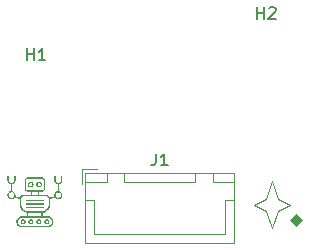
<source format=gbr>
%TF.GenerationSoftware,KiCad,Pcbnew,9.0.3*%
%TF.CreationDate,2025-07-22T22:52:44+10:00*%
%TF.ProjectId,motorMount,6d6f746f-724d-46f7-956e-742e6b696361,rev?*%
%TF.SameCoordinates,Original*%
%TF.FileFunction,Legend,Top*%
%TF.FilePolarity,Positive*%
%FSLAX46Y46*%
G04 Gerber Fmt 4.6, Leading zero omitted, Abs format (unit mm)*
G04 Created by KiCad (PCBNEW 9.0.3) date 2025-07-22 22:52:44*
%MOMM*%
%LPD*%
G01*
G04 APERTURE LIST*
%ADD10C,0.100000*%
%ADD11C,0.150000*%
%ADD12C,0.120000*%
%ADD13C,0.000000*%
G04 APERTURE END LIST*
D10*
X158000000Y-106750000D02*
X158500000Y-105250000D01*
X157000000Y-107250000D02*
X158000000Y-106750000D01*
X158000000Y-107750000D02*
X157000000Y-107250000D01*
X158500000Y-109250000D02*
X158000000Y-107750000D01*
X159000000Y-107750000D02*
X158500000Y-109250000D01*
X160000000Y-107250000D02*
X159000000Y-107750000D01*
X159000000Y-106750000D02*
X160000000Y-107250000D01*
X158500000Y-105250000D02*
X159000000Y-106750000D01*
X161000000Y-108500000D02*
X160500000Y-109000000D01*
X160000000Y-108500000D01*
X160500000Y-108000000D01*
X161000000Y-108500000D01*
G36*
X161000000Y-108500000D02*
G01*
X160500000Y-109000000D01*
X160000000Y-108500000D01*
X160500000Y-108000000D01*
X161000000Y-108500000D01*
G37*
D11*
X148666666Y-102904819D02*
X148666666Y-103619104D01*
X148666666Y-103619104D02*
X148619047Y-103761961D01*
X148619047Y-103761961D02*
X148523809Y-103857200D01*
X148523809Y-103857200D02*
X148380952Y-103904819D01*
X148380952Y-103904819D02*
X148285714Y-103904819D01*
X149666666Y-103904819D02*
X149095238Y-103904819D01*
X149380952Y-103904819D02*
X149380952Y-102904819D01*
X149380952Y-102904819D02*
X149285714Y-103047676D01*
X149285714Y-103047676D02*
X149190476Y-103142914D01*
X149190476Y-103142914D02*
X149095238Y-103190533D01*
X137738095Y-95004819D02*
X137738095Y-94004819D01*
X137738095Y-94481009D02*
X138309523Y-94481009D01*
X138309523Y-95004819D02*
X138309523Y-94004819D01*
X139309523Y-95004819D02*
X138738095Y-95004819D01*
X139023809Y-95004819D02*
X139023809Y-94004819D01*
X139023809Y-94004819D02*
X138928571Y-94147676D01*
X138928571Y-94147676D02*
X138833333Y-94242914D01*
X138833333Y-94242914D02*
X138738095Y-94290533D01*
X157238095Y-91504819D02*
X157238095Y-90504819D01*
X157238095Y-90981009D02*
X157809523Y-90981009D01*
X157809523Y-91504819D02*
X157809523Y-90504819D01*
X158238095Y-90600057D02*
X158285714Y-90552438D01*
X158285714Y-90552438D02*
X158380952Y-90504819D01*
X158380952Y-90504819D02*
X158619047Y-90504819D01*
X158619047Y-90504819D02*
X158714285Y-90552438D01*
X158714285Y-90552438D02*
X158761904Y-90600057D01*
X158761904Y-90600057D02*
X158809523Y-90695295D01*
X158809523Y-90695295D02*
X158809523Y-90790533D01*
X158809523Y-90790533D02*
X158761904Y-90933390D01*
X158761904Y-90933390D02*
X158190476Y-91504819D01*
X158190476Y-91504819D02*
X158809523Y-91504819D01*
D12*
%TO.C,J1*%
X142400000Y-104250000D02*
X142400000Y-105500000D01*
X142690000Y-104540000D02*
X142690000Y-110510000D01*
X142690000Y-110510000D02*
X155310000Y-110510000D01*
X142700000Y-104550000D02*
X142700000Y-105300000D01*
X142700000Y-105300000D02*
X144500000Y-105300000D01*
X142700000Y-106800000D02*
X143450000Y-106800000D01*
X143450000Y-106800000D02*
X143450000Y-109750000D01*
X143450000Y-109750000D02*
X149000000Y-109750000D01*
X143650000Y-104250000D02*
X142400000Y-104250000D01*
X144500000Y-104550000D02*
X142700000Y-104550000D01*
X144500000Y-105300000D02*
X144500000Y-104550000D01*
X146000000Y-104550000D02*
X146000000Y-105300000D01*
X146000000Y-105300000D02*
X152000000Y-105300000D01*
X152000000Y-104550000D02*
X146000000Y-104550000D01*
X152000000Y-105300000D02*
X152000000Y-104550000D01*
X153500000Y-104550000D02*
X153500000Y-105300000D01*
X153500000Y-105300000D02*
X155300000Y-105300000D01*
X154550000Y-106800000D02*
X154550000Y-109750000D01*
X154550000Y-109750000D02*
X149000000Y-109750000D01*
X155300000Y-104550000D02*
X153500000Y-104550000D01*
X155300000Y-105300000D02*
X155300000Y-104550000D01*
X155300000Y-106800000D02*
X154550000Y-106800000D01*
X155310000Y-104540000D02*
X142690000Y-104540000D01*
X155310000Y-110510000D02*
X155310000Y-104540000D01*
D13*
%TO.C,G\u002A\u002A\u002A*%
G36*
X138541313Y-107116705D02*
G01*
X138647900Y-107116800D01*
X138743581Y-107116963D01*
X138828734Y-107117197D01*
X138903741Y-107117505D01*
X138968980Y-107117891D01*
X139024831Y-107118358D01*
X139071676Y-107118909D01*
X139109894Y-107119548D01*
X139139864Y-107120277D01*
X139161968Y-107121101D01*
X139176584Y-107122022D01*
X139184094Y-107123044D01*
X139184905Y-107123316D01*
X139199986Y-107135766D01*
X139210914Y-107155013D01*
X139215487Y-107176351D01*
X139214604Y-107186794D01*
X139207598Y-107201978D01*
X139195337Y-107216833D01*
X139193335Y-107218606D01*
X139175815Y-107233348D01*
X138431005Y-107232978D01*
X138338543Y-107232893D01*
X138249194Y-107232736D01*
X138163664Y-107232510D01*
X138082660Y-107232221D01*
X138006889Y-107231875D01*
X137937058Y-107231476D01*
X137873873Y-107231029D01*
X137818042Y-107230540D01*
X137770270Y-107230013D01*
X137731266Y-107229453D01*
X137701735Y-107228866D01*
X137682384Y-107228256D01*
X137673921Y-107227629D01*
X137673694Y-107227563D01*
X137655882Y-107214750D01*
X137645297Y-107195585D01*
X137642417Y-107173235D01*
X137647722Y-107150865D01*
X137659495Y-107133726D01*
X137676548Y-107116673D01*
X138423438Y-107116673D01*
X138541313Y-107116705D01*
G37*
G36*
X138722169Y-107408370D02*
G01*
X138799856Y-107408447D01*
X138868317Y-107408603D01*
X138928161Y-107408864D01*
X138979999Y-107409256D01*
X139024441Y-107409804D01*
X139062097Y-107410535D01*
X139093577Y-107411474D01*
X139119492Y-107412646D01*
X139140451Y-107414077D01*
X139157066Y-107415793D01*
X139169945Y-107417820D01*
X139179699Y-107420184D01*
X139186939Y-107422909D01*
X139192275Y-107426022D01*
X139196316Y-107429548D01*
X139199673Y-107433514D01*
X139202957Y-107437944D01*
X139205355Y-107441104D01*
X139214959Y-107461307D01*
X139213177Y-107482252D01*
X139200166Y-107502988D01*
X139194134Y-107508991D01*
X139176526Y-107525034D01*
X138431361Y-107524664D01*
X138338877Y-107524579D01*
X138249505Y-107524421D01*
X138163952Y-107524196D01*
X138082925Y-107523908D01*
X138007130Y-107523561D01*
X137937275Y-107523162D01*
X137874065Y-107522716D01*
X137818207Y-107522226D01*
X137770408Y-107521700D01*
X137731374Y-107521140D01*
X137701812Y-107520553D01*
X137682428Y-107519944D01*
X137673930Y-107519317D01*
X137673694Y-107519249D01*
X137656798Y-107506926D01*
X137646102Y-107488289D01*
X137642363Y-107466929D01*
X137646337Y-107446441D01*
X137655569Y-107433100D01*
X137671172Y-107421657D01*
X137685117Y-107414582D01*
X137692797Y-107413539D01*
X137710186Y-107412597D01*
X137737468Y-107411754D01*
X137774824Y-107411008D01*
X137822435Y-107410358D01*
X137880484Y-107409802D01*
X137949152Y-107409339D01*
X138028622Y-107408967D01*
X138119074Y-107408685D01*
X138220691Y-107408491D01*
X138333654Y-107408384D01*
X138427645Y-107408359D01*
X138536673Y-107408352D01*
X138634645Y-107408347D01*
X138722169Y-107408370D01*
G37*
G36*
X138541313Y-106825019D02*
G01*
X138647900Y-106825114D01*
X138743581Y-106825277D01*
X138828734Y-106825511D01*
X138903741Y-106825820D01*
X138968980Y-106826205D01*
X139024831Y-106826672D01*
X139071676Y-106827223D01*
X139109894Y-106827862D01*
X139139864Y-106828591D01*
X139161968Y-106829415D01*
X139176584Y-106830336D01*
X139184094Y-106831358D01*
X139184905Y-106831630D01*
X139197746Y-106842199D01*
X139209333Y-106859172D01*
X139216550Y-106877431D01*
X139217546Y-106885217D01*
X139212761Y-106898608D01*
X139200576Y-106913557D01*
X139184249Y-106926872D01*
X139167036Y-106935361D01*
X139166126Y-106935625D01*
X139156488Y-106936639D01*
X139135270Y-106937560D01*
X139102561Y-106938385D01*
X139058448Y-106939116D01*
X139003019Y-106939750D01*
X138936361Y-106940288D01*
X138858564Y-106940728D01*
X138769713Y-106941071D01*
X138669898Y-106941314D01*
X138559205Y-106941459D01*
X138437724Y-106941503D01*
X138424161Y-106941501D01*
X138317447Y-106941482D01*
X138221774Y-106941448D01*
X138136515Y-106941390D01*
X138061044Y-106941298D01*
X137994735Y-106941163D01*
X137936961Y-106940976D01*
X137887096Y-106940728D01*
X137844514Y-106940408D01*
X137808586Y-106940008D01*
X137778689Y-106939518D01*
X137754194Y-106938929D01*
X137734476Y-106938231D01*
X137718907Y-106937416D01*
X137706863Y-106936473D01*
X137697715Y-106935394D01*
X137690838Y-106934168D01*
X137685605Y-106932788D01*
X137681390Y-106931242D01*
X137679374Y-106930362D01*
X137656861Y-106915304D01*
X137644226Y-106896181D01*
X137641893Y-106874872D01*
X137650283Y-106853254D01*
X137659495Y-106842040D01*
X137676548Y-106824988D01*
X138423438Y-106824988D01*
X138541313Y-106825019D01*
G37*
G36*
X137451656Y-108461663D02*
G01*
X137471634Y-108463073D01*
X137487272Y-108466256D01*
X137502229Y-108471896D01*
X137516013Y-108478557D01*
X137549430Y-108500282D01*
X137580867Y-108529430D01*
X137607210Y-108562633D01*
X137625342Y-108596526D01*
X137625441Y-108596777D01*
X137636063Y-108637413D01*
X137639054Y-108682159D01*
X137634414Y-108726359D01*
X137625524Y-108757387D01*
X137605537Y-108794639D01*
X137576752Y-108829309D01*
X137542028Y-108858347D01*
X137517149Y-108872993D01*
X137474462Y-108888247D01*
X137428486Y-108894642D01*
X137382977Y-108891893D01*
X137356060Y-108885276D01*
X137309541Y-108863954D01*
X137269985Y-108833547D01*
X137238333Y-108794962D01*
X137216235Y-108751004D01*
X137209840Y-108731388D01*
X137206412Y-108712367D01*
X137205434Y-108689609D01*
X137206083Y-108665525D01*
X137206149Y-108664471D01*
X137322806Y-108664471D01*
X137323464Y-108696237D01*
X137329587Y-108716758D01*
X137346749Y-108743265D01*
X137371094Y-108762517D01*
X137400103Y-108773738D01*
X137431259Y-108776155D01*
X137462044Y-108768993D01*
X137476135Y-108761811D01*
X137498943Y-108741142D01*
X137513590Y-108713336D01*
X137519147Y-108680407D01*
X137518846Y-108669002D01*
X137511955Y-108635023D01*
X137496531Y-108608801D01*
X137472188Y-108589740D01*
X137465092Y-108586218D01*
X137432298Y-108576517D01*
X137400693Y-108578213D01*
X137373859Y-108588536D01*
X137348945Y-108607892D01*
X137331613Y-108634113D01*
X137322806Y-108664471D01*
X137206149Y-108664471D01*
X137207793Y-108638081D01*
X137210817Y-108617904D01*
X137216233Y-108600597D01*
X137225119Y-108581761D01*
X137227874Y-108576549D01*
X137256960Y-108534066D01*
X137294099Y-108499580D01*
X137332234Y-108476865D01*
X137349545Y-108469446D01*
X137365442Y-108464822D01*
X137383652Y-108462362D01*
X137407901Y-108461433D01*
X137423679Y-108461345D01*
X137451656Y-108461663D01*
G37*
G36*
X138122534Y-108461663D02*
G01*
X138142511Y-108463073D01*
X138158149Y-108466256D01*
X138173107Y-108471896D01*
X138186891Y-108478557D01*
X138220307Y-108500282D01*
X138251745Y-108529430D01*
X138278088Y-108562633D01*
X138296220Y-108596526D01*
X138296318Y-108596777D01*
X138306940Y-108637413D01*
X138309932Y-108682159D01*
X138305291Y-108726359D01*
X138296401Y-108757387D01*
X138276415Y-108794639D01*
X138247630Y-108829309D01*
X138212906Y-108858347D01*
X138188027Y-108872993D01*
X138145340Y-108888247D01*
X138099363Y-108894642D01*
X138053855Y-108891893D01*
X138026937Y-108885276D01*
X137980419Y-108863954D01*
X137940862Y-108833547D01*
X137909210Y-108794962D01*
X137887112Y-108751004D01*
X137880718Y-108731388D01*
X137877289Y-108712367D01*
X137876312Y-108689609D01*
X137876961Y-108665525D01*
X137877027Y-108664471D01*
X137993683Y-108664471D01*
X137994341Y-108696237D01*
X138000465Y-108716758D01*
X138017626Y-108743265D01*
X138041971Y-108762517D01*
X138070980Y-108773738D01*
X138102137Y-108776155D01*
X138132921Y-108768993D01*
X138147012Y-108761811D01*
X138169821Y-108741142D01*
X138184467Y-108713336D01*
X138190024Y-108680407D01*
X138189723Y-108669002D01*
X138182833Y-108635023D01*
X138167409Y-108608801D01*
X138143065Y-108589740D01*
X138135969Y-108586218D01*
X138103175Y-108576517D01*
X138071570Y-108578213D01*
X138044736Y-108588536D01*
X138019822Y-108607892D01*
X138002491Y-108634113D01*
X137993683Y-108664471D01*
X137877027Y-108664471D01*
X137878670Y-108638081D01*
X137881694Y-108617904D01*
X137887111Y-108600597D01*
X137895996Y-108581761D01*
X137898751Y-108576549D01*
X137927838Y-108534066D01*
X137964977Y-108499580D01*
X138003112Y-108476865D01*
X138020422Y-108469446D01*
X138036319Y-108464822D01*
X138054529Y-108462362D01*
X138078778Y-108461433D01*
X138094556Y-108461345D01*
X138122534Y-108461663D01*
G37*
G36*
X138793411Y-108461663D02*
G01*
X138813389Y-108463073D01*
X138829026Y-108466256D01*
X138843984Y-108471896D01*
X138857768Y-108478557D01*
X138891184Y-108500282D01*
X138922622Y-108529430D01*
X138948965Y-108562633D01*
X138967097Y-108596526D01*
X138967195Y-108596777D01*
X138977817Y-108637413D01*
X138980809Y-108682159D01*
X138976168Y-108726359D01*
X138967278Y-108757387D01*
X138947292Y-108794639D01*
X138918507Y-108829309D01*
X138883783Y-108858347D01*
X138858904Y-108872993D01*
X138816217Y-108888247D01*
X138770240Y-108894642D01*
X138724732Y-108891893D01*
X138697814Y-108885276D01*
X138651296Y-108863954D01*
X138611740Y-108833547D01*
X138580087Y-108794962D01*
X138557989Y-108751004D01*
X138551595Y-108731388D01*
X138548166Y-108712367D01*
X138547189Y-108689609D01*
X138547838Y-108665525D01*
X138547904Y-108664471D01*
X138664560Y-108664471D01*
X138665219Y-108696237D01*
X138671342Y-108716758D01*
X138688504Y-108743265D01*
X138712848Y-108762517D01*
X138741858Y-108773738D01*
X138773014Y-108776155D01*
X138803799Y-108768993D01*
X138817890Y-108761811D01*
X138840698Y-108741142D01*
X138855345Y-108713336D01*
X138860902Y-108680407D01*
X138860601Y-108669002D01*
X138853710Y-108635023D01*
X138838286Y-108608801D01*
X138813942Y-108589740D01*
X138806846Y-108586218D01*
X138774053Y-108576517D01*
X138742447Y-108578213D01*
X138715613Y-108588536D01*
X138690700Y-108607892D01*
X138673368Y-108634113D01*
X138664560Y-108664471D01*
X138547904Y-108664471D01*
X138549547Y-108638081D01*
X138552572Y-108617904D01*
X138557988Y-108600597D01*
X138566874Y-108581761D01*
X138569629Y-108576549D01*
X138598715Y-108534066D01*
X138635854Y-108499580D01*
X138673989Y-108476865D01*
X138691299Y-108469446D01*
X138707197Y-108464822D01*
X138725407Y-108462362D01*
X138749656Y-108461433D01*
X138765433Y-108461345D01*
X138793411Y-108461663D01*
G37*
G36*
X139464288Y-108461663D02*
G01*
X139484266Y-108463073D01*
X139499904Y-108466256D01*
X139514861Y-108471896D01*
X139528645Y-108478557D01*
X139562062Y-108500282D01*
X139593499Y-108529430D01*
X139619842Y-108562633D01*
X139637974Y-108596526D01*
X139638073Y-108596777D01*
X139648695Y-108637413D01*
X139651686Y-108682159D01*
X139647046Y-108726359D01*
X139638156Y-108757387D01*
X139618169Y-108794639D01*
X139589385Y-108829309D01*
X139554660Y-108858347D01*
X139529781Y-108872993D01*
X139487094Y-108888247D01*
X139441118Y-108894642D01*
X139395609Y-108891893D01*
X139368692Y-108885276D01*
X139322173Y-108863954D01*
X139282617Y-108833547D01*
X139250965Y-108794962D01*
X139228867Y-108751004D01*
X139222472Y-108731388D01*
X139219044Y-108712367D01*
X139218066Y-108689609D01*
X139218716Y-108665525D01*
X139218782Y-108664471D01*
X139335438Y-108664471D01*
X139336096Y-108696237D01*
X139342219Y-108716758D01*
X139359381Y-108743265D01*
X139383726Y-108762517D01*
X139412735Y-108773738D01*
X139443891Y-108776155D01*
X139474676Y-108768993D01*
X139488767Y-108761811D01*
X139511575Y-108741142D01*
X139526222Y-108713336D01*
X139531779Y-108680407D01*
X139531478Y-108669002D01*
X139524587Y-108635023D01*
X139509163Y-108608801D01*
X139484820Y-108589740D01*
X139477724Y-108586218D01*
X139444930Y-108576517D01*
X139413325Y-108578213D01*
X139386491Y-108588536D01*
X139361577Y-108607892D01*
X139344245Y-108634113D01*
X139335438Y-108664471D01*
X139218782Y-108664471D01*
X139220425Y-108638081D01*
X139223449Y-108617904D01*
X139228865Y-108600597D01*
X139237751Y-108581761D01*
X139240506Y-108576549D01*
X139269592Y-108534066D01*
X139306732Y-108499580D01*
X139344866Y-108476865D01*
X139362177Y-108469446D01*
X139378074Y-108464822D01*
X139396284Y-108462362D01*
X139420533Y-108461433D01*
X139436311Y-108461345D01*
X139464288Y-108461663D01*
G37*
G36*
X138831542Y-105281747D02*
G01*
X138878153Y-105294137D01*
X138921428Y-105315360D01*
X138960068Y-105344745D01*
X138992778Y-105381621D01*
X139018261Y-105425314D01*
X139035220Y-105475155D01*
X139037725Y-105487133D01*
X139040994Y-105535554D01*
X139033641Y-105584541D01*
X139016368Y-105631841D01*
X138989876Y-105675203D01*
X138972909Y-105695218D01*
X138932336Y-105730037D01*
X138886495Y-105755063D01*
X138836935Y-105769851D01*
X138785207Y-105773956D01*
X138732859Y-105766934D01*
X138727514Y-105765566D01*
X138679008Y-105746698D01*
X138635926Y-105717904D01*
X138599308Y-105680075D01*
X138570194Y-105634097D01*
X138567731Y-105629076D01*
X138559807Y-105611753D01*
X138554599Y-105597184D01*
X138551541Y-105582094D01*
X138550066Y-105563206D01*
X138549610Y-105537246D01*
X138549609Y-105536602D01*
X138664282Y-105536602D01*
X138671085Y-105569468D01*
X138685798Y-105598838D01*
X138707179Y-105623468D01*
X138733984Y-105642116D01*
X138764969Y-105653540D01*
X138798889Y-105656499D01*
X138834502Y-105649749D01*
X138855244Y-105640998D01*
X138885344Y-105620453D01*
X138905735Y-105594281D01*
X138916850Y-105561665D01*
X138919122Y-105521788D01*
X138919068Y-105520660D01*
X138917021Y-105495781D01*
X138913017Y-105477949D01*
X138905723Y-105462564D01*
X138899478Y-105452974D01*
X138874303Y-105425731D01*
X138844200Y-105407520D01*
X138811176Y-105398228D01*
X138777237Y-105397741D01*
X138744388Y-105405949D01*
X138714637Y-105422736D01*
X138689988Y-105447992D01*
X138679386Y-105465348D01*
X138666635Y-105501481D01*
X138664282Y-105536602D01*
X138549609Y-105536602D01*
X138549586Y-105524069D01*
X138549813Y-105494151D01*
X138550839Y-105472737D01*
X138553180Y-105456666D01*
X138557355Y-105442777D01*
X138563879Y-105427911D01*
X138566046Y-105423451D01*
X138594900Y-105377557D01*
X138632456Y-105338596D01*
X138677093Y-105308192D01*
X138684657Y-105304294D01*
X138733497Y-105286154D01*
X138782891Y-105278862D01*
X138831542Y-105281747D01*
G37*
G36*
X138102328Y-105281747D02*
G01*
X138148939Y-105294137D01*
X138192213Y-105315360D01*
X138230854Y-105344745D01*
X138263564Y-105381621D01*
X138289047Y-105425314D01*
X138306005Y-105475155D01*
X138308511Y-105487133D01*
X138311779Y-105535554D01*
X138304426Y-105584541D01*
X138287153Y-105631841D01*
X138260662Y-105675203D01*
X138243694Y-105695218D01*
X138203121Y-105730037D01*
X138157280Y-105755063D01*
X138107721Y-105769851D01*
X138055992Y-105773956D01*
X138003644Y-105766934D01*
X137998300Y-105765566D01*
X137949793Y-105746698D01*
X137906711Y-105717904D01*
X137870094Y-105680075D01*
X137840979Y-105634097D01*
X137838516Y-105629076D01*
X137830592Y-105611753D01*
X137825384Y-105597184D01*
X137822326Y-105582094D01*
X137820852Y-105563206D01*
X137820431Y-105539222D01*
X137934582Y-105539222D01*
X137943291Y-105574443D01*
X137962728Y-105606502D01*
X137980521Y-105624569D01*
X138013072Y-105645449D01*
X138048317Y-105655149D01*
X138085306Y-105653574D01*
X138123088Y-105640627D01*
X138125815Y-105639253D01*
X138144806Y-105626252D01*
X138163229Y-105608631D01*
X138169568Y-105600792D01*
X138178702Y-105587242D01*
X138184167Y-105575311D01*
X138186895Y-105561240D01*
X138187819Y-105541271D01*
X138187895Y-105526914D01*
X138187520Y-105502056D01*
X138185791Y-105485061D01*
X138181808Y-105472133D01*
X138174669Y-105459478D01*
X138170358Y-105453108D01*
X138145964Y-105427486D01*
X138120772Y-105411304D01*
X138100043Y-105401697D01*
X138082966Y-105397355D01*
X138063510Y-105397034D01*
X138054635Y-105397674D01*
X138015876Y-105405990D01*
X137983897Y-105423776D01*
X137958814Y-105450955D01*
X137950429Y-105465030D01*
X137936871Y-105502273D01*
X137934582Y-105539222D01*
X137820431Y-105539222D01*
X137820396Y-105537246D01*
X137820371Y-105524069D01*
X137820598Y-105494151D01*
X137821624Y-105472737D01*
X137823966Y-105456666D01*
X137828140Y-105442777D01*
X137834664Y-105427911D01*
X137836831Y-105423451D01*
X137865686Y-105377557D01*
X137903241Y-105338596D01*
X137947879Y-105308192D01*
X137955442Y-105304294D01*
X138004283Y-105286154D01*
X138053677Y-105278862D01*
X138102328Y-105281747D01*
G37*
G36*
X140729316Y-104818426D02*
G01*
X140747547Y-104833694D01*
X140754892Y-104845604D01*
X140757598Y-104852571D01*
X140759701Y-104861612D01*
X140761251Y-104874064D01*
X140762298Y-104891260D01*
X140762891Y-104914536D01*
X140763082Y-104945225D01*
X140762919Y-104984662D01*
X140762452Y-105034181D01*
X140762336Y-105044601D01*
X140761745Y-105095017D01*
X140761159Y-105135299D01*
X140760454Y-105166980D01*
X140759505Y-105191593D01*
X140758187Y-105210670D01*
X140756375Y-105225746D01*
X140753946Y-105238352D01*
X140750775Y-105250021D01*
X140746737Y-105262287D01*
X140744019Y-105270080D01*
X140718343Y-105327260D01*
X140683966Y-105378787D01*
X140642162Y-105423458D01*
X140594204Y-105460071D01*
X140541363Y-105487423D01*
X140499505Y-105501084D01*
X140471795Y-105507953D01*
X140471795Y-105789683D01*
X140471795Y-106071413D01*
X140495657Y-106075444D01*
X140535495Y-106087070D01*
X140577160Y-106107851D01*
X140618439Y-106135999D01*
X140657115Y-106169725D01*
X140690975Y-106207240D01*
X140717802Y-106246755D01*
X140725156Y-106260799D01*
X140747591Y-106319572D01*
X140759141Y-106378361D01*
X140760522Y-106436251D01*
X140752452Y-106492325D01*
X140735647Y-106545666D01*
X140710825Y-106595357D01*
X140678701Y-106640483D01*
X140639994Y-106680125D01*
X140595420Y-106713368D01*
X140545696Y-106739294D01*
X140491540Y-106756988D01*
X140433667Y-106765532D01*
X140372796Y-106764010D01*
X140336191Y-106758110D01*
X140292665Y-106744686D01*
X140247782Y-106723462D01*
X140204617Y-106696421D01*
X140166242Y-106665544D01*
X140135729Y-106632816D01*
X140130070Y-106625125D01*
X140118855Y-106609024D01*
X139917592Y-106701444D01*
X139716329Y-106793864D01*
X139713105Y-107029649D01*
X139712242Y-107089547D01*
X139711395Y-107139140D01*
X139710489Y-107179791D01*
X139709451Y-107212860D01*
X139708206Y-107239710D01*
X139706679Y-107261703D01*
X139704797Y-107280202D01*
X139702484Y-107296567D01*
X139699667Y-107312162D01*
X139696971Y-107325134D01*
X139671353Y-107417264D01*
X139635826Y-107503880D01*
X139590955Y-107584382D01*
X139537303Y-107658168D01*
X139475435Y-107724636D01*
X139405918Y-107783185D01*
X139329314Y-107833214D01*
X139246188Y-107874121D01*
X139157107Y-107905305D01*
X139150459Y-107907164D01*
X139103789Y-107920000D01*
X139103789Y-108071082D01*
X139103789Y-108222163D01*
X139372140Y-108225270D01*
X139435199Y-108226017D01*
X139487741Y-108226706D01*
X139530917Y-108227401D01*
X139565877Y-108228163D01*
X139593771Y-108229055D01*
X139615750Y-108230138D01*
X139632963Y-108231475D01*
X139646562Y-108233128D01*
X139657695Y-108235160D01*
X139667515Y-108237631D01*
X139677170Y-108240606D01*
X139681327Y-108241977D01*
X139751689Y-108271108D01*
X139814449Y-108308919D01*
X139869218Y-108355009D01*
X139915609Y-108408976D01*
X139953236Y-108470418D01*
X139981711Y-108538932D01*
X139988469Y-108561013D01*
X139997295Y-108605113D01*
X140001483Y-108655535D01*
X140001027Y-108707890D01*
X139995920Y-108757790D01*
X139988823Y-108791741D01*
X139964489Y-108859990D01*
X139930511Y-108922361D01*
X139887744Y-108978061D01*
X139837045Y-109026299D01*
X139779269Y-109066284D01*
X139715273Y-109097225D01*
X139645911Y-109118330D01*
X139632685Y-109121069D01*
X139621152Y-109122154D01*
X139598671Y-109123167D01*
X139565929Y-109124107D01*
X139523614Y-109124975D01*
X139472413Y-109125771D01*
X139413014Y-109126496D01*
X139346105Y-109127151D01*
X139272373Y-109127735D01*
X139192506Y-109128249D01*
X139107192Y-109128694D01*
X139017117Y-109129069D01*
X138922970Y-109129376D01*
X138825439Y-109129614D01*
X138725210Y-109129785D01*
X138622972Y-109129888D01*
X138519412Y-109129923D01*
X138415218Y-109129892D01*
X138311076Y-109129795D01*
X138207676Y-109129631D01*
X138105705Y-109129402D01*
X138005849Y-109129108D01*
X137908797Y-109128749D01*
X137815237Y-109128326D01*
X137725855Y-109127839D01*
X137641340Y-109127288D01*
X137562380Y-109126674D01*
X137489661Y-109125998D01*
X137423871Y-109125258D01*
X137365698Y-109124457D01*
X137315830Y-109123595D01*
X137274954Y-109122671D01*
X137243757Y-109121687D01*
X137222928Y-109120642D01*
X137213665Y-109119661D01*
X137150558Y-109101808D01*
X137093183Y-109075843D01*
X137039249Y-109040536D01*
X136993580Y-109001488D01*
X136944733Y-108947782D01*
X136906005Y-108888480D01*
X136876889Y-108822802D01*
X136876342Y-108821250D01*
X136868578Y-108797683D01*
X136863247Y-108776947D01*
X136859778Y-108755457D01*
X136857599Y-108729627D01*
X136856139Y-108695872D01*
X136856083Y-108694159D01*
X136855325Y-108659951D01*
X136971976Y-108659951D01*
X136974641Y-108720030D01*
X136987852Y-108778498D01*
X137011140Y-108833693D01*
X137044037Y-108883950D01*
X137068004Y-108910855D01*
X137115008Y-108950684D01*
X137166695Y-108980226D01*
X137224302Y-109000114D01*
X137254938Y-109006505D01*
X137263573Y-109006986D01*
X137283305Y-109007445D01*
X137313561Y-109007881D01*
X137353770Y-109008293D01*
X137403362Y-109008677D01*
X137461765Y-109009032D01*
X137528407Y-109009357D01*
X137602717Y-109009649D01*
X137684125Y-109009906D01*
X137772058Y-109010126D01*
X137865946Y-109010308D01*
X137965217Y-109010449D01*
X138069299Y-109010548D01*
X138177622Y-109010602D01*
X138289614Y-109010610D01*
X138404704Y-109010570D01*
X138447496Y-109010543D01*
X138584691Y-109010442D01*
X138710709Y-109010340D01*
X138826039Y-109010231D01*
X138931169Y-109010112D01*
X139026590Y-109009977D01*
X139112791Y-109009821D01*
X139190261Y-109009641D01*
X139259490Y-109009430D01*
X139320967Y-109009185D01*
X139375183Y-109008901D01*
X139422625Y-109008572D01*
X139463785Y-109008194D01*
X139499151Y-109007763D01*
X139529212Y-109007274D01*
X139554459Y-109006721D01*
X139575381Y-109006101D01*
X139592467Y-109005408D01*
X139606206Y-109004637D01*
X139617089Y-109003785D01*
X139625604Y-109002846D01*
X139632242Y-109001815D01*
X139637491Y-109000687D01*
X139641841Y-108999459D01*
X139643408Y-108998949D01*
X139700443Y-108974776D01*
X139750810Y-108942219D01*
X139786798Y-108910389D01*
X139826362Y-108864298D01*
X139855068Y-108815007D01*
X139873394Y-108761356D01*
X139881817Y-108702185D01*
X139882521Y-108678035D01*
X139878487Y-108618488D01*
X139865689Y-108565238D01*
X139843336Y-108516384D01*
X139810636Y-108470025D01*
X139783613Y-108440486D01*
X139743287Y-108404551D01*
X139702379Y-108378195D01*
X139657704Y-108359627D01*
X139624204Y-108350678D01*
X139618407Y-108349583D01*
X139611056Y-108348580D01*
X139601667Y-108347665D01*
X139589757Y-108346837D01*
X139574839Y-108346091D01*
X139556430Y-108345425D01*
X139534046Y-108344836D01*
X139507201Y-108344320D01*
X139475412Y-108343875D01*
X139438195Y-108343498D01*
X139395063Y-108343186D01*
X139345534Y-108342935D01*
X139289122Y-108342743D01*
X139225344Y-108342606D01*
X139153715Y-108342522D01*
X139073750Y-108342488D01*
X138984964Y-108342500D01*
X138886875Y-108342556D01*
X138778996Y-108342653D01*
X138660844Y-108342787D01*
X138531934Y-108342956D01*
X138409577Y-108343130D01*
X138271476Y-108343337D01*
X138144560Y-108343541D01*
X138028345Y-108343745D01*
X137922350Y-108343954D01*
X137826090Y-108344174D01*
X137739084Y-108344408D01*
X137660849Y-108344662D01*
X137590901Y-108344940D01*
X137528757Y-108345247D01*
X137473936Y-108345587D01*
X137425954Y-108345966D01*
X137384329Y-108346388D01*
X137348577Y-108346857D01*
X137318215Y-108347378D01*
X137292762Y-108347957D01*
X137271733Y-108348597D01*
X137254647Y-108349303D01*
X137241020Y-108350080D01*
X137230369Y-108350933D01*
X137222212Y-108351867D01*
X137216067Y-108352885D01*
X137211449Y-108353993D01*
X137209018Y-108354771D01*
X137149692Y-108381407D01*
X137097490Y-108416329D01*
X137053213Y-108458676D01*
X137017664Y-108507587D01*
X136991647Y-108562202D01*
X136980327Y-108599927D01*
X136971976Y-108659951D01*
X136855325Y-108659951D01*
X136855302Y-108658905D01*
X136855785Y-108631661D01*
X136857813Y-108608811D01*
X136861671Y-108586739D01*
X136865881Y-108568734D01*
X136888658Y-108500916D01*
X136921227Y-108438353D01*
X136962639Y-108381987D01*
X137011949Y-108332760D01*
X137068210Y-108291614D01*
X137130476Y-108259492D01*
X137197799Y-108237336D01*
X137199080Y-108237027D01*
X137211858Y-108234135D01*
X137224587Y-108231753D01*
X137238513Y-108229830D01*
X137254878Y-108228318D01*
X137274928Y-108227168D01*
X137299906Y-108226331D01*
X137331057Y-108225758D01*
X137369625Y-108225399D01*
X137416854Y-108225206D01*
X137467222Y-108225139D01*
X137875792Y-108225139D01*
X138428536Y-108223651D01*
X138981281Y-108222163D01*
X138982841Y-108077778D01*
X138984401Y-107933394D01*
X138430096Y-107933394D01*
X137875792Y-107933394D01*
X137875792Y-108079266D01*
X137875792Y-108225139D01*
X137467222Y-108225139D01*
X137473988Y-108225130D01*
X137500975Y-108225120D01*
X137753284Y-108225080D01*
X137753284Y-108079266D01*
X137753284Y-108070486D01*
X137753251Y-108024053D01*
X137753092Y-107987981D01*
X137752708Y-107960966D01*
X137752005Y-107941700D01*
X137750887Y-107928878D01*
X137749258Y-107921194D01*
X137747023Y-107917343D01*
X137744085Y-107916018D01*
X137741951Y-107915893D01*
X137727663Y-107913647D01*
X137705219Y-107907508D01*
X137677103Y-107898373D01*
X137645797Y-107887140D01*
X137613784Y-107874705D01*
X137583547Y-107861966D01*
X137557570Y-107849820D01*
X137553810Y-107847907D01*
X137473279Y-107799918D01*
X137400372Y-107743248D01*
X137335434Y-107678331D01*
X137278810Y-107605605D01*
X137230843Y-107525505D01*
X137191879Y-107438467D01*
X137165277Y-107356352D01*
X137161620Y-107342596D01*
X137158589Y-107329987D01*
X137156107Y-107317269D01*
X137154100Y-107303186D01*
X137152493Y-107286479D01*
X137151212Y-107265893D01*
X137150181Y-107240171D01*
X137149325Y-107208055D01*
X137148570Y-107168290D01*
X137147841Y-107119619D01*
X137147063Y-107060784D01*
X137146898Y-107047936D01*
X137145301Y-106923382D01*
X137262410Y-106923382D01*
X137262542Y-106976078D01*
X137263042Y-107028042D01*
X137263911Y-107077726D01*
X137265147Y-107123581D01*
X137266749Y-107164058D01*
X137268717Y-107197607D01*
X137271048Y-107222680D01*
X137272275Y-107231125D01*
X137293200Y-107320266D01*
X137323939Y-107403203D01*
X137364704Y-107480365D01*
X137415709Y-107552183D01*
X137454025Y-107595749D01*
X137520757Y-107657668D01*
X137593702Y-107709811D01*
X137672315Y-107751916D01*
X137756052Y-107783717D01*
X137844368Y-107804952D01*
X137902043Y-107812779D01*
X137911223Y-107813100D01*
X137931203Y-107813387D01*
X137961116Y-107813636D01*
X138000094Y-107813846D01*
X138047269Y-107814014D01*
X138101775Y-107814140D01*
X138162744Y-107814221D01*
X138229309Y-107814254D01*
X138300601Y-107814239D01*
X138375755Y-107814173D01*
X138453902Y-107814053D01*
X138456246Y-107814049D01*
X138548131Y-107813860D01*
X138629101Y-107813650D01*
X138699909Y-107813405D01*
X138761308Y-107813109D01*
X138814052Y-107812750D01*
X138858893Y-107812311D01*
X138896584Y-107811781D01*
X138927878Y-107811144D01*
X138953527Y-107810386D01*
X138974286Y-107809493D01*
X138990905Y-107808451D01*
X139004140Y-107807245D01*
X139014742Y-107805862D01*
X139023464Y-107804287D01*
X139027950Y-107803282D01*
X139114675Y-107778569D01*
X139192526Y-107747771D01*
X139263047Y-107710068D01*
X139327778Y-107664637D01*
X139387193Y-107611715D01*
X139444700Y-107546719D01*
X139494047Y-107474258D01*
X139534418Y-107395936D01*
X139564995Y-107313355D01*
X139584961Y-107228120D01*
X139586006Y-107221680D01*
X139588073Y-107202483D01*
X139589846Y-107174098D01*
X139591323Y-107138062D01*
X139592503Y-107095908D01*
X139593384Y-107049172D01*
X139593965Y-106999389D01*
X139594246Y-106948093D01*
X139594224Y-106896821D01*
X139593899Y-106847106D01*
X139593269Y-106800485D01*
X139592333Y-106758491D01*
X139591090Y-106722660D01*
X139589539Y-106694527D01*
X139587678Y-106675627D01*
X139586450Y-106669476D01*
X139572383Y-106637370D01*
X139550942Y-106605219D01*
X139525425Y-106577690D01*
X139516137Y-106570007D01*
X139510376Y-106565444D01*
X139505306Y-106561271D01*
X139500408Y-106557472D01*
X139495162Y-106554030D01*
X139489047Y-106550929D01*
X139481544Y-106548151D01*
X139472133Y-106545681D01*
X139460294Y-106543502D01*
X139445507Y-106541596D01*
X139427252Y-106539947D01*
X139405010Y-106538538D01*
X139378260Y-106537354D01*
X139346482Y-106536376D01*
X139309157Y-106535589D01*
X139265765Y-106534976D01*
X139215785Y-106534520D01*
X139158699Y-106534204D01*
X139093985Y-106534011D01*
X139021124Y-106533926D01*
X138939597Y-106533931D01*
X138848883Y-106534009D01*
X138748462Y-106534145D01*
X138637815Y-106534321D01*
X138516421Y-106534520D01*
X138415098Y-106534679D01*
X137400344Y-106536219D01*
X137362425Y-106557096D01*
X137325002Y-106583491D01*
X137295431Y-106616475D01*
X137275298Y-106654169D01*
X137271910Y-106664161D01*
X137269430Y-106678601D01*
X137267325Y-106703153D01*
X137265596Y-106736269D01*
X137264241Y-106776399D01*
X137263259Y-106821993D01*
X137262649Y-106871504D01*
X137262410Y-106923382D01*
X137145301Y-106923382D01*
X137143660Y-106795437D01*
X136939842Y-106702056D01*
X136887673Y-106678205D01*
X136845086Y-106658887D01*
X136811087Y-106643709D01*
X136784682Y-106632277D01*
X136764878Y-106624195D01*
X136750680Y-106619072D01*
X136741094Y-106616512D01*
X136735127Y-106616122D01*
X136731785Y-106617508D01*
X136730579Y-106619116D01*
X136718899Y-106635374D01*
X136699818Y-106655398D01*
X136675947Y-106676960D01*
X136649899Y-106697837D01*
X136624284Y-106715803D01*
X136602531Y-106728243D01*
X136541326Y-106752284D01*
X136481220Y-106764791D01*
X136421552Y-106765764D01*
X136361663Y-106755205D01*
X136300892Y-106733112D01*
X136290857Y-106728418D01*
X136236202Y-106695781D01*
X136189153Y-106654474D01*
X136150282Y-106605135D01*
X136120162Y-106548401D01*
X136112902Y-106529989D01*
X136104406Y-106497623D01*
X136099042Y-106458068D01*
X136097895Y-106434488D01*
X136214515Y-106434488D01*
X136222680Y-106480050D01*
X136239516Y-106523160D01*
X136264717Y-106562227D01*
X136297978Y-106595664D01*
X136338994Y-106621881D01*
X136344769Y-106624625D01*
X136390131Y-106641386D01*
X136432905Y-106648294D01*
X136476090Y-106645742D01*
X136488538Y-106643412D01*
X136536832Y-106627400D01*
X136580716Y-106601523D01*
X136618350Y-106567237D01*
X136647893Y-106525999D01*
X136655494Y-106511239D01*
X136662576Y-106494930D01*
X136667142Y-106480118D01*
X136669728Y-106463454D01*
X136670871Y-106441589D01*
X136671109Y-106413711D01*
X136670867Y-106384639D01*
X136669787Y-106364013D01*
X136667306Y-106348611D01*
X136662859Y-106335214D01*
X136655880Y-106320603D01*
X136654238Y-106317454D01*
X136635989Y-106285554D01*
X136618115Y-106261438D01*
X136597742Y-106241683D01*
X136578421Y-106227207D01*
X136532310Y-106202015D01*
X136484096Y-106187753D01*
X136435198Y-106184272D01*
X136387034Y-106191421D01*
X136341022Y-106209049D01*
X136298580Y-106237006D01*
X136274656Y-106259486D01*
X136245090Y-106298971D01*
X136225414Y-106342359D01*
X136215324Y-106388061D01*
X136214515Y-106434488D01*
X136097895Y-106434488D01*
X136096968Y-106415418D01*
X136098339Y-106373765D01*
X136103314Y-106337202D01*
X136105194Y-106329122D01*
X136126322Y-106270538D01*
X136158096Y-106216279D01*
X136198507Y-106168695D01*
X136236214Y-106135038D01*
X136274838Y-106109510D01*
X136318617Y-106089553D01*
X136344137Y-106080745D01*
X136385277Y-106067701D01*
X136385277Y-105789075D01*
X136385277Y-105510450D01*
X136347358Y-105497931D01*
X136285010Y-105471869D01*
X136230647Y-105437658D01*
X136184665Y-105395688D01*
X136147463Y-105346346D01*
X136119439Y-105290024D01*
X136111281Y-105266877D01*
X136107196Y-105253648D01*
X136103944Y-105241652D01*
X136101429Y-105229393D01*
X136099556Y-105215373D01*
X136098231Y-105198096D01*
X136097359Y-105176063D01*
X136096845Y-105147778D01*
X136096596Y-105111743D01*
X136096515Y-105066461D01*
X136096508Y-105033287D01*
X136096508Y-104846460D01*
X136113561Y-104829408D01*
X136134243Y-104815888D01*
X136157000Y-104812339D01*
X136178903Y-104818268D01*
X136197026Y-104833182D01*
X136204151Y-104844673D01*
X136206878Y-104852171D01*
X136209016Y-104862737D01*
X136210630Y-104877717D01*
X136211787Y-104898456D01*
X136212552Y-104926301D01*
X136212990Y-104962599D01*
X136213169Y-105008694D01*
X136213182Y-105029484D01*
X136213331Y-105084221D01*
X136213918Y-105128813D01*
X136215156Y-105164780D01*
X136217258Y-105193641D01*
X136220437Y-105216917D01*
X136224907Y-105236128D01*
X136230879Y-105252795D01*
X136238567Y-105268436D01*
X136248183Y-105284572D01*
X136249110Y-105286037D01*
X136279660Y-105324052D01*
X136317406Y-105354699D01*
X136360346Y-105377089D01*
X136406478Y-105390333D01*
X136453800Y-105393540D01*
X136483123Y-105390046D01*
X136533563Y-105374541D01*
X136577998Y-105349635D01*
X136615417Y-105316400D01*
X136644814Y-105275907D01*
X136665178Y-105229230D01*
X136674472Y-105186759D01*
X136675871Y-105170063D01*
X136677135Y-105143813D01*
X136678208Y-105110124D01*
X136679029Y-105071109D01*
X136679543Y-105028882D01*
X136679689Y-104997127D01*
X136679880Y-104846460D01*
X136696932Y-104829408D01*
X136717721Y-104815780D01*
X136740481Y-104812287D01*
X136762389Y-104818426D01*
X136780620Y-104833694D01*
X136787965Y-104845604D01*
X136790671Y-104852571D01*
X136792774Y-104861612D01*
X136794324Y-104874064D01*
X136795371Y-104891260D01*
X136795964Y-104914536D01*
X136796155Y-104945225D01*
X136795992Y-104984662D01*
X136795525Y-105034181D01*
X136795409Y-105044601D01*
X136794818Y-105095017D01*
X136794233Y-105135299D01*
X136793527Y-105166980D01*
X136792578Y-105191593D01*
X136791260Y-105210670D01*
X136789448Y-105225746D01*
X136787019Y-105238352D01*
X136783848Y-105250021D01*
X136779810Y-105262287D01*
X136777092Y-105270080D01*
X136751416Y-105327260D01*
X136717039Y-105378787D01*
X136675235Y-105423458D01*
X136627277Y-105460071D01*
X136574436Y-105487423D01*
X136532578Y-105501084D01*
X136504868Y-105507953D01*
X136504868Y-105789683D01*
X136504868Y-106071413D01*
X136528730Y-106075444D01*
X136545003Y-106079941D01*
X136567502Y-106088394D01*
X136592177Y-106099235D01*
X136600193Y-106103113D01*
X136647112Y-106131872D01*
X136690585Y-106168948D01*
X136727952Y-106211681D01*
X136756550Y-106257407D01*
X136758589Y-106261549D01*
X136781407Y-106321357D01*
X136793167Y-106382357D01*
X136793661Y-106443282D01*
X136791571Y-106461427D01*
X136788510Y-106484037D01*
X136786516Y-106501686D01*
X136785879Y-106511645D01*
X136786076Y-106512870D01*
X136792212Y-106516064D01*
X136807415Y-106523290D01*
X136830157Y-106533858D01*
X136858912Y-106547078D01*
X136892152Y-106562260D01*
X136928349Y-106578713D01*
X136965977Y-106595747D01*
X137003507Y-106612672D01*
X137039413Y-106628798D01*
X137072168Y-106643434D01*
X137100243Y-106655890D01*
X137122112Y-106665476D01*
X137136248Y-106671502D01*
X137141078Y-106673311D01*
X137144538Y-106668139D01*
X137146446Y-106655235D01*
X137146577Y-106650242D01*
X137150020Y-106624150D01*
X137159340Y-106592972D01*
X137173026Y-106560653D01*
X137189567Y-106531136D01*
X137195545Y-106522478D01*
X137221264Y-106492214D01*
X137250903Y-106467427D01*
X137287781Y-106445498D01*
X137302062Y-106438463D01*
X137342007Y-106419544D01*
X137692768Y-106416761D01*
X138196646Y-106416761D01*
X138428536Y-106415236D01*
X138660426Y-106413711D01*
X138661987Y-106269326D01*
X138663547Y-106124942D01*
X138430096Y-106124942D01*
X138196646Y-106124942D01*
X138196646Y-106270852D01*
X138196646Y-106416761D01*
X137692768Y-106416761D01*
X137709531Y-106416628D01*
X138077055Y-106413711D01*
X138078599Y-106270852D01*
X138078615Y-106269326D01*
X138080175Y-106124942D01*
X137926539Y-106124942D01*
X137876696Y-106124805D01*
X137836999Y-106124344D01*
X137805926Y-106123484D01*
X137781959Y-106122147D01*
X137763577Y-106120259D01*
X137749260Y-106117742D01*
X137741216Y-106115676D01*
X137695210Y-106096381D01*
X137655132Y-106067747D01*
X137622434Y-106031116D01*
X137598565Y-105987827D01*
X137596053Y-105981425D01*
X137593753Y-105975067D01*
X137591764Y-105968594D01*
X137590068Y-105961163D01*
X137588645Y-105951933D01*
X137587476Y-105940061D01*
X137586542Y-105924703D01*
X137585823Y-105905019D01*
X137585300Y-105880164D01*
X137584954Y-105849298D01*
X137584766Y-105811577D01*
X137584716Y-105766158D01*
X137584785Y-105712200D01*
X137584954Y-105648860D01*
X137585204Y-105575295D01*
X137585387Y-105525174D01*
X137700780Y-105525174D01*
X137700781Y-105605644D01*
X137700823Y-105675287D01*
X137700963Y-105734943D01*
X137701257Y-105785452D01*
X137701763Y-105827655D01*
X137702538Y-105862391D01*
X137703640Y-105890501D01*
X137705124Y-105912824D01*
X137707049Y-105930202D01*
X137709471Y-105943474D01*
X137712447Y-105953481D01*
X137716035Y-105961063D01*
X137720292Y-105967059D01*
X137725274Y-105972311D01*
X137731039Y-105977658D01*
X137731561Y-105978138D01*
X137736413Y-105982679D01*
X137741001Y-105986733D01*
X137745981Y-105990327D01*
X137752004Y-105993487D01*
X137759726Y-105996238D01*
X137769800Y-105998608D01*
X137782879Y-106000622D01*
X137799619Y-106002307D01*
X137820672Y-106003690D01*
X137846693Y-106004796D01*
X137878335Y-106005652D01*
X137916253Y-106006285D01*
X137961099Y-106006719D01*
X138013529Y-106006983D01*
X138074196Y-106007102D01*
X138143753Y-106007103D01*
X138222855Y-106007011D01*
X138312155Y-106006854D01*
X138412308Y-106006656D01*
X138438745Y-106006605D01*
X139086288Y-106005351D01*
X139106928Y-105992513D01*
X139122723Y-105979234D01*
X139137697Y-105961252D01*
X139141930Y-105954594D01*
X139156292Y-105929512D01*
X139157989Y-105548554D01*
X139158266Y-105464462D01*
X139158313Y-105388814D01*
X139158134Y-105322056D01*
X139157736Y-105264636D01*
X139157121Y-105217000D01*
X139156295Y-105179596D01*
X139155262Y-105152869D01*
X139154028Y-105137268D01*
X139153742Y-105135441D01*
X139143386Y-105101201D01*
X139126225Y-105075832D01*
X139101469Y-105058206D01*
X139098532Y-105056820D01*
X139094417Y-105055128D01*
X139089503Y-105053621D01*
X139083128Y-105052288D01*
X139074631Y-105051118D01*
X139063349Y-105050101D01*
X139048619Y-105049225D01*
X139029781Y-105048480D01*
X139006171Y-105047855D01*
X138977127Y-105047339D01*
X138941987Y-105046922D01*
X138900089Y-105046592D01*
X138850771Y-105046338D01*
X138793371Y-105046151D01*
X138727226Y-105046018D01*
X138651674Y-105045930D01*
X138566053Y-105045875D01*
X138469700Y-105045842D01*
X138426537Y-105045832D01*
X137778453Y-105045704D01*
X137753050Y-105059138D01*
X137727876Y-105078303D01*
X137714214Y-105097975D01*
X137700780Y-105123378D01*
X137700780Y-105525174D01*
X137585387Y-105525174D01*
X137585420Y-105516174D01*
X137586876Y-105123378D01*
X137587023Y-105083623D01*
X137606801Y-105047150D01*
X137636257Y-105004494D01*
X137673583Y-104969973D01*
X137711426Y-104947467D01*
X137744533Y-104931947D01*
X138429995Y-104931947D01*
X139115456Y-104931947D01*
X139149454Y-104949158D01*
X139182783Y-104970878D01*
X139214377Y-105000191D01*
X139241021Y-105033639D01*
X139259346Y-105067379D01*
X139272967Y-105101125D01*
X139272967Y-105526986D01*
X139272967Y-105952847D01*
X139259429Y-105986372D01*
X139238223Y-106024931D01*
X139208059Y-106060334D01*
X139171642Y-106089731D01*
X139148689Y-106102925D01*
X139109914Y-106122025D01*
X138944966Y-106123889D01*
X138780018Y-106125754D01*
X138780018Y-106271191D01*
X138780018Y-106416628D01*
X139135354Y-106416628D01*
X139209023Y-106416646D01*
X139271976Y-106416718D01*
X139325167Y-106416871D01*
X139369548Y-106417132D01*
X139406072Y-106417528D01*
X139435690Y-106418086D01*
X139459356Y-106418832D01*
X139478021Y-106419795D01*
X139492639Y-106421000D01*
X139504161Y-106422474D01*
X139513540Y-106424245D01*
X139521729Y-106426339D01*
X139526203Y-106427680D01*
X139575910Y-106449051D01*
X139619573Y-106479737D01*
X139656109Y-106518493D01*
X139684440Y-106564075D01*
X139703485Y-106615241D01*
X139708337Y-106637423D01*
X139712167Y-106656032D01*
X139715882Y-106668959D01*
X139718411Y-106673190D01*
X139724422Y-106670804D01*
X139739752Y-106664088D01*
X139763133Y-106653615D01*
X139793298Y-106639959D01*
X139828977Y-106623693D01*
X139868903Y-106605390D01*
X139897174Y-106592376D01*
X139949909Y-106567858D01*
X139992388Y-106547647D01*
X140025094Y-106531491D01*
X140048513Y-106519142D01*
X140063131Y-106510350D01*
X140069430Y-106504865D01*
X140069727Y-106503533D01*
X140068510Y-106494624D01*
X140067121Y-106476822D01*
X140065749Y-106452895D01*
X140064936Y-106434488D01*
X140181442Y-106434488D01*
X140189607Y-106480050D01*
X140206443Y-106523160D01*
X140231644Y-106562227D01*
X140264905Y-106595664D01*
X140305921Y-106621881D01*
X140311696Y-106624625D01*
X140357058Y-106641386D01*
X140399832Y-106648294D01*
X140443017Y-106645742D01*
X140455465Y-106643412D01*
X140503759Y-106627400D01*
X140547643Y-106601523D01*
X140585277Y-106567237D01*
X140614820Y-106525999D01*
X140622421Y-106511239D01*
X140629503Y-106494930D01*
X140634069Y-106480118D01*
X140636655Y-106463454D01*
X140637798Y-106441589D01*
X140638035Y-106413711D01*
X140637794Y-106384639D01*
X140636714Y-106364013D01*
X140634233Y-106348611D01*
X140629785Y-106335214D01*
X140622807Y-106320603D01*
X140621165Y-106317454D01*
X140602916Y-106285554D01*
X140585042Y-106261438D01*
X140564669Y-106241683D01*
X140545348Y-106227207D01*
X140499237Y-106202015D01*
X140451023Y-106187753D01*
X140402125Y-106184272D01*
X140353961Y-106191421D01*
X140307949Y-106209049D01*
X140265507Y-106237006D01*
X140241583Y-106259486D01*
X140212017Y-106298971D01*
X140192341Y-106342359D01*
X140182251Y-106388061D01*
X140181442Y-106434488D01*
X140064936Y-106434488D01*
X140064791Y-106431212D01*
X140066641Y-106367449D01*
X140077749Y-106310055D01*
X140098638Y-106257661D01*
X140129834Y-106208898D01*
X140165434Y-106168695D01*
X140203141Y-106135038D01*
X140241765Y-106109510D01*
X140285544Y-106089553D01*
X140311064Y-106080745D01*
X140352204Y-106067701D01*
X140352204Y-105789075D01*
X140352204Y-105510450D01*
X140314285Y-105497931D01*
X140251937Y-105471869D01*
X140197574Y-105437658D01*
X140151592Y-105395688D01*
X140114390Y-105346346D01*
X140086366Y-105290024D01*
X140078208Y-105266877D01*
X140074123Y-105253648D01*
X140070871Y-105241652D01*
X140068356Y-105229393D01*
X140066483Y-105215373D01*
X140065158Y-105198096D01*
X140064286Y-105176063D01*
X140063772Y-105147778D01*
X140063523Y-105111743D01*
X140063442Y-105066461D01*
X140063435Y-105033287D01*
X140063435Y-104846460D01*
X140080487Y-104829408D01*
X140101170Y-104815888D01*
X140123926Y-104812339D01*
X140145830Y-104818268D01*
X140163953Y-104833182D01*
X140171078Y-104844673D01*
X140173805Y-104852171D01*
X140175942Y-104862737D01*
X140177557Y-104877717D01*
X140178714Y-104898456D01*
X140179479Y-104926301D01*
X140179917Y-104962599D01*
X140180096Y-105008694D01*
X140180109Y-105029484D01*
X140180258Y-105084221D01*
X140180844Y-105128813D01*
X140182083Y-105164780D01*
X140184185Y-105193641D01*
X140187364Y-105216917D01*
X140191834Y-105236128D01*
X140197806Y-105252795D01*
X140205494Y-105268436D01*
X140215110Y-105284572D01*
X140216037Y-105286037D01*
X140246587Y-105324052D01*
X140284333Y-105354699D01*
X140327273Y-105377089D01*
X140373405Y-105390333D01*
X140420727Y-105393540D01*
X140450050Y-105390046D01*
X140500490Y-105374541D01*
X140544925Y-105349635D01*
X140582344Y-105316400D01*
X140611741Y-105275907D01*
X140632105Y-105229230D01*
X140641399Y-105186759D01*
X140642798Y-105170063D01*
X140644062Y-105143813D01*
X140645135Y-105110124D01*
X140645956Y-105071109D01*
X140646470Y-105028882D01*
X140646616Y-104997127D01*
X140646807Y-104846460D01*
X140663859Y-104829408D01*
X140684648Y-104815780D01*
X140707408Y-104812287D01*
X140729316Y-104818426D01*
G37*
%TD*%
M02*

</source>
